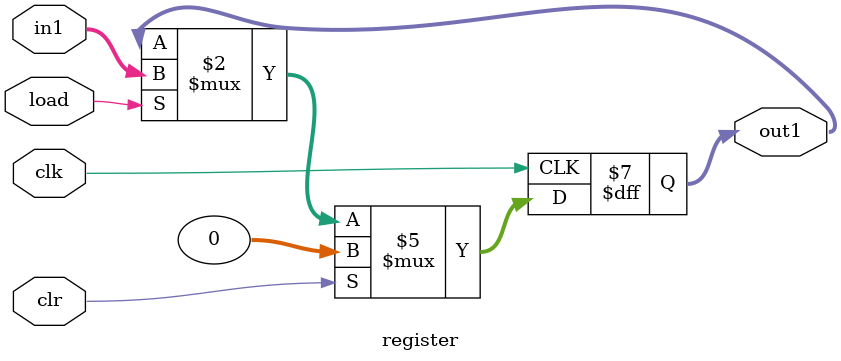
<source format=v>
`timescale 1ns / 1ps
module register(in1, clk, load, clr, out1);

	parameter size = 32;
	
	input [size-1:0] in1;
	output reg [size-1:0] out1;
	input clk, load, clr;
	 
	 always @(posedge clk)
		if(clr)
			out1 <= 0;
		else
			if (load)
				out1 <= in1;

endmodule

</source>
